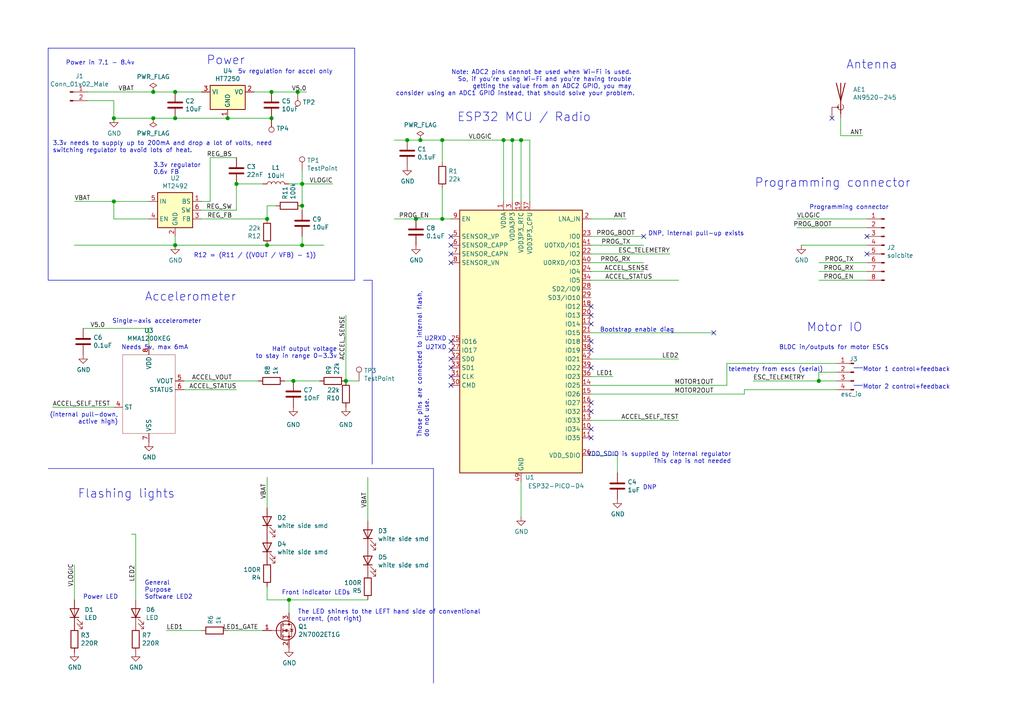
<source format=kicad_sch>
(kicad_sch (version 20200828) (generator eeschema)
  (page 1 1)
  (paper "A4")
  (title_block (title "Melty controller rev2") (date "2020-10-21"))
  (lib_symbols
    (symbol "Connector:Conn_01x04_Male" (pin_names hide)
      (property "Reference" "J" (at 0 5.08 0))
      (property "Value" "Conn_01x04_Male" (at 0 -7.62 0))
      (symbol "Conn_01x04_Male_1_1"
        (rectangle (start 0.8636 -4.953) (end 0 -5.207) (stroke (width 0.1524)) (fill (type outline)))
        (rectangle (start 0.8636 -2.413) (end 0 -2.667) (stroke (width 0.1524)) (fill (type outline)))
        (rectangle (start 0.8636 0.127) (end 0 -0.127) (stroke (width 0.1524)) (fill (type outline)))
        (rectangle (start 0.8636 2.667) (end 0 2.413) (stroke (width 0.1524)) (fill (type outline)))
        (polyline (pts (xy 1.27 -5.08) (xy 0.8636 -5.08)) (stroke (width 0.1524)))
        (polyline (pts (xy 1.27 -2.54) (xy 0.8636 -2.54)) (stroke (width 0.1524)))
        (polyline (pts (xy 1.27 0) (xy 0.8636 0)) (stroke (width 0.1524)))
        (polyline (pts (xy 1.27 2.54) (xy 0.8636 2.54)) (stroke (width 0.1524)))
        (pin passive line (at 5.08 2.54 180) (length 3.81) (name "Pin_1") (number "1"))
        (pin passive line (at 5.08 0 180) (length 3.81) (name "Pin_2") (number "2"))
        (pin passive line (at 5.08 -2.54 180) (length 3.81) (name "Pin_3") (number "3"))
        (pin passive line (at 5.08 -5.08 180) (length 3.81) (name "Pin_4") (number "4"))
      )
    )
    (symbol "Connector:Conn_01x08_Male" (pin_names hide)
      (property "Reference" "J" (at 0 10.16 0))
      (property "Value" "Conn_01x08_Male" (at 0 -12.7 0))
      (symbol "Conn_01x08_Male_1_1"
        (rectangle (start 0.8636 -10.033) (end 0 -10.287) (stroke (width 0.1524)) (fill (type outline)))
        (rectangle (start 0.8636 -7.493) (end 0 -7.747) (stroke (width 0.1524)) (fill (type outline)))
        (rectangle (start 0.8636 -4.953) (end 0 -5.207) (stroke (width 0.1524)) (fill (type outline)))
        (rectangle (start 0.8636 -2.413) (end 0 -2.667) (stroke (width 0.1524)) (fill (type outline)))
        (rectangle (start 0.8636 0.127) (end 0 -0.127) (stroke (width 0.1524)) (fill (type outline)))
        (rectangle (start 0.8636 2.667) (end 0 2.413) (stroke (width 0.1524)) (fill (type outline)))
        (rectangle (start 0.8636 5.207) (end 0 4.953) (stroke (width 0.1524)) (fill (type outline)))
        (rectangle (start 0.8636 7.747) (end 0 7.493) (stroke (width 0.1524)) (fill (type outline)))
        (polyline (pts (xy 1.27 -10.16) (xy 0.8636 -10.16)) (stroke (width 0.1524)))
        (polyline (pts (xy 1.27 -7.62) (xy 0.8636 -7.62)) (stroke (width 0.1524)))
        (polyline (pts (xy 1.27 -5.08) (xy 0.8636 -5.08)) (stroke (width 0.1524)))
        (polyline (pts (xy 1.27 -2.54) (xy 0.8636 -2.54)) (stroke (width 0.1524)))
        (polyline (pts (xy 1.27 0) (xy 0.8636 0)) (stroke (width 0.1524)))
        (polyline (pts (xy 1.27 2.54) (xy 0.8636 2.54)) (stroke (width 0.1524)))
        (polyline (pts (xy 1.27 5.08) (xy 0.8636 5.08)) (stroke (width 0.1524)))
        (polyline (pts (xy 1.27 7.62) (xy 0.8636 7.62)) (stroke (width 0.1524)))
        (pin passive line (at 5.08 7.62 180) (length 3.81) (name "Pin_1") (number "1"))
        (pin passive line (at 5.08 5.08 180) (length 3.81) (name "Pin_2") (number "2"))
        (pin passive line (at 5.08 2.54 180) (length 3.81) (name "Pin_3") (number "3"))
        (pin passive line (at 5.08 0 180) (length 3.81) (name "Pin_4") (number "4"))
        (pin passive line (at 5.08 -2.54 180) (length 3.81) (name "Pin_5") (number "5"))
        (pin passive line (at 5.08 -5.08 180) (length 3.81) (name "Pin_6") (number "6"))
        (pin passive line (at 5.08 -7.62 180) (length 3.81) (name "Pin_7") (number "7"))
        (pin passive line (at 5.08 -10.16 180) (length 3.81) (name "Pin_8") (number "8"))
      )
    )
    (symbol "Connector:TestPoint" (pin_numbers hide) (pin_names (offset 0.762) hide)
      (property "Reference" "TP" (at 0 6.858 0))
      (property "Value" "TestPoint" (at 0 5.08 0))
      (symbol "TestPoint_0_1"
        (circle (center 0 3.302) (radius 0.762))
      )
      (symbol "TestPoint_1_1"
        (pin passive line (at 0 0 90) (length 2.54) (name "1") (number "1"))
      )
    )
    (symbol "Device:Antenna_Shield" (pin_numbers hide) (pin_names hide)
      (property "Reference" "AE" (at -1.905 4.445 0))
      (property "Value" "Antenna_Shield" (at -1.905 2.54 0))
      (symbol "Antenna_Shield_0_1"
        (arc (start 0 -2.667) (end -0.508 -1.143) (radius (at -0.0254 -1.8542) (length 0.8128) (angles -88.2 124.2)))
        (arc (start 0 -2.667) (end 0.508 -1.143) (radius (at 0.0254 -1.8542) (length 0.8128) (angles -91.8 55.8)))
        (circle (center 0.762 -1.905) (radius 0.1778) (fill (type outline)))
        (polyline (pts (xy 0 -2.54) (xy 0 0)))
        (polyline (pts (xy 0 5.08) (xy 0 -3.81)) (stroke (width 0.254)))
        (polyline (pts (xy 0.762 -1.905) (xy 2.54 -1.905)))
        (polyline (pts (xy 2.54 -2.54) (xy 2.54 -1.905)))
        (polyline (pts (xy 1.27 5.08) (xy 0 0) (xy -1.27 5.08)) (stroke (width 0.254)))
      )
      (symbol "Antenna_Shield_1_1"
        (pin input line (at 0 -5.08 90) (length 2.54) (name "A") (number "1"))
        (pin input line (at 2.54 -5.08 90) (length 2.54) (name "Shield") (number "2"))
      )
    )
    (symbol "Device:C" (pin_numbers hide) (pin_names (offset 0.254))
      (property "Reference" "C" (at 0.635 2.54 0))
      (property "Value" "C" (at 0.635 -2.54 0))
      (symbol "C_0_1"
        (polyline (pts (xy -2.032 -0.762) (xy 2.032 -0.762)) (stroke (width 0.508)))
        (polyline (pts (xy -2.032 0.762) (xy 2.032 0.762)) (stroke (width 0.508)))
      )
      (symbol "C_1_1"
        (pin passive line (at 0 3.81 270) (length 2.794) (name "~") (number "1"))
        (pin passive line (at 0 -3.81 90) (length 2.794) (name "~") (number "2"))
      )
    )
    (symbol "Device:L" (pin_numbers hide) (pin_names hide)
      (property "Reference" "L" (at -1.27 0 90))
      (property "Value" "L" (at 1.905 0 90))
      (symbol "L_0_1"
        (arc (start 0 -2.54) (end 0 -1.27) (radius (at 0 -1.905) (length 0.635) (angles -89.9 89.9)))
        (arc (start 0 -1.27) (end 0 0) (radius (at 0 -0.635) (length 0.635) (angles -89.9 89.9)))
        (arc (start 0 0) (end 0 1.27) (radius (at 0 0.635) (length 0.635) (angles -89.9 89.9)))
        (arc (start 0 1.27) (end 0 2.54) (radius (at 0 1.905) (length 0.635) (angles -89.9 89.9)))
      )
      (symbol "L_1_1"
        (pin passive line (at 0 3.81 270) (length 1.27) (name "1") (number "1"))
        (pin passive line (at 0 -3.81 90) (length 1.27) (name "2") (number "2"))
      )
    )
    (symbol "Device:LED" (pin_numbers hide) (pin_names hide)
      (property "Reference" "D" (at 0 2.54 0))
      (property "Value" "LED" (at 0 -2.54 0))
      (symbol "LED_0_1"
        (polyline (pts (xy -1.27 -1.27) (xy -1.27 1.27)) (stroke (width 0.254)))
        (polyline (pts (xy -1.27 0) (xy 1.27 0)))
        (polyline (pts (xy 1.27 -1.27) (xy 1.27 1.27) (xy -1.27 0) (xy 1.27 -1.27)) (stroke (width 0.254)))
        (polyline (pts (xy -3.048 -0.762) (xy -4.572 -2.286) (xy -3.81 -2.286) (xy -4.572 -2.286) (xy -4.572 -1.524)))
        (polyline (pts (xy -1.778 -0.762) (xy -3.302 -2.286) (xy -2.54 -2.286) (xy -3.302 -2.286) (xy -3.302 -1.524)))
      )
      (symbol "LED_1_1"
        (pin passive line (at -3.81 0 0) (length 2.54) (name "K") (number "1"))
        (pin passive line (at 3.81 0 180) (length 2.54) (name "A") (number "2"))
      )
    )
    (symbol "Device:R" (pin_numbers hide) (pin_names (offset 0))
      (property "Reference" "R" (at 2.032 0 90))
      (property "Value" "R" (at 0 0 90))
      (symbol "R_0_1"
        (rectangle (start -1.016 -2.54) (end 1.016 2.54) (stroke (width 0.254)))
      )
      (symbol "R_1_1"
        (pin passive line (at 0 3.81 270) (length 1.27) (name "~") (number "1"))
        (pin passive line (at 0 -3.81 90) (length 1.27) (name "~") (number "2"))
      )
    )
    (symbol "RF_Module:ESP32-PICO-D4"
      (property "Reference" "U" (at -17.78 39.37 0))
      (property "Value" "ESP32-PICO-D4" (at 3.81 39.37 0))
      (symbol "ESP32-PICO-D4_0_1"
        (rectangle (start -17.78 38.1) (end 17.78 -38.1) (stroke (width 0.254)) (fill (type background)))
      )
      (symbol "ESP32-PICO-D4_0_0"
        (pin power_in line (at -5.08 40.64 270) (length 2.54) (name "VDDA") (number "1"))
        (pin input line (at 20.32 -25.4 180) (length 2.54) (name "IO34") (number "10"))
        (pin input line (at 20.32 -27.94 180) (length 2.54) (name "IO35") (number "11"))
        (pin bidirectional line (at 20.32 -20.32 180) (length 2.54) (name "IO32") (number "12"))
        (pin bidirectional line (at 20.32 -22.86 180) (length 2.54) (name "IO33") (number "13"))
        (pin bidirectional line (at 20.32 -12.7 180) (length 2.54) (name "IO25") (number "14"))
        (pin bidirectional line (at 20.32 -15.24 180) (length 2.54) (name "IO26") (number "15"))
        (pin bidirectional line (at 20.32 -17.78 180) (length 2.54) (name "IO27") (number "16"))
        (pin bidirectional line (at 20.32 5.08 180) (length 2.54) (name "IO14") (number "17"))
        (pin bidirectional line (at 20.32 10.16 180) (length 2.54) (name "IO12") (number "18"))
        (pin power_in line (at 0 40.64 270) (length 2.54) (name "VDD3P3_RTC") (number "19"))
        (pin bidirectional line (at 20.32 35.56 180) (length 2.54) (name "LNA_IN") (number "2"))
        (pin bidirectional line (at 20.32 7.62 180) (length 2.54) (name "IO13") (number "20"))
        (pin bidirectional line (at 20.32 2.54 180) (length 2.54) (name "IO15") (number "21"))
        (pin bidirectional line (at 20.32 25.4 180) (length 2.54) (name "IO2") (number "22"))
        (pin bidirectional line (at 20.32 30.48 180) (length 2.54) (name "IO0") (number "23"))
        (pin bidirectional line (at 20.32 20.32 180) (length 2.54) (name "IO4") (number "24"))
        (pin bidirectional line (at -20.32 0 0) (length 2.54) (name "IO16") (number "25"))
        (pin power_out line (at 20.32 -33.02 180) (length 2.54) (name "VDD_SDIO") (number "26"))
        (pin bidirectional line (at -20.32 -2.54 0) (length 2.54) (name "IO17") (number "27"))
        (pin bidirectional line (at 20.32 15.24 180) (length 2.54) (name "SD2/IO9") (number "28"))
        (pin bidirectional line (at 20.32 12.7 180) (length 2.54) (name "SD3/IO10") (number "29"))
        (pin power_in line (at -2.54 40.64 270) (length 2.54) (name "VDDA3P3") (number "3"))
        (pin bidirectional line (at -20.32 -12.7 0) (length 2.54) (name "CMD") (number "30"))
        (pin bidirectional line (at -20.32 -10.16 0) (length 2.54) (name "CLK") (number "31"))
        (pin bidirectional line (at -20.32 -5.08 0) (length 2.54) (name "SD0") (number "32"))
        (pin bidirectional line (at -20.32 -7.62 0) (length 2.54) (name "SD1") (number "33"))
        (pin bidirectional line (at 20.32 17.78 180) (length 2.54) (name "IO5") (number "34"))
        (pin bidirectional line (at 20.32 0 180) (length 2.54) (name "IO18") (number "35"))
        (pin bidirectional line (at 20.32 -10.16 180) (length 2.54) (name "IO23") (number "36"))
        (pin power_in line (at 2.54 40.64 270) (length 2.54) (name "VDD3P3_CPU") (number "37"))
        (pin bidirectional line (at 20.32 -2.54 180) (length 2.54) (name "IO19") (number "38"))
        (pin bidirectional line (at 20.32 -7.62 180) (length 2.54) (name "IO22") (number "39"))
        (pin passive line (at -2.54 40.64 270) (length 2.54) hide (name "VDDA3P3") (number "4"))
        (pin bidirectional line (at 20.32 22.86 180) (length 2.54) (name "U0RXD/IO3") (number "40"))
        (pin bidirectional line (at 20.32 27.94 180) (length 2.54) (name "U0TXD/IO1") (number "41"))
        (pin bidirectional line (at 20.32 -5.08 180) (length 2.54) (name "IO21") (number "42"))
        (pin passive line (at -5.08 40.64 270) (length 2.54) hide (name "VDDA") (number "43"))
        (pin unconnected line (at -17.78 -25.4 0) (length 2.54) hide (name "XTAL_N_NC") (number "44"))
        (pin unconnected line (at -17.78 -27.94 0) (length 2.54) hide (name "XTAL_P_NC") (number "45"))
        (pin passive line (at -5.08 40.64 270) (length 2.54) hide (name "VDDA") (number "46"))
        (pin unconnected line (at -17.78 -30.48 0) (length 2.54) hide (name "CAP2_NC") (number "47"))
        (pin unconnected line (at -17.78 -33.02 0) (length 2.54) hide (name "CAP1_NC") (number "48"))
        (pin power_in line (at 0 -40.64 90) (length 2.54) (name "GND") (number "49"))
        (pin input line (at -20.32 30.48 0) (length 2.54) (name "SENSOR_VP") (number "5"))
        (pin input line (at -20.32 27.94 0) (length 2.54) (name "SENSOR_CAPP") (number "6"))
        (pin input line (at -20.32 25.4 0) (length 2.54) (name "SENSOR_CAPN") (number "7"))
        (pin input line (at -20.32 22.86 0) (length 2.54) (name "SENSOR_VN") (number "8"))
        (pin input line (at -20.32 35.56 0) (length 2.54) (name "EN") (number "9"))
      )
    )
    (symbol "Transistor_FET:AO3400A" (pin_names hide)
      (property "Reference" "Q" (at 5.08 1.905 0))
      (property "Value" "AO3400A" (at 5.08 0 0))
      (symbol "AO3400A_0_1"
        (circle (center 1.651 0) (radius 2.794) (stroke (width 0.254)))
        (circle (center 2.54 -1.778) (radius 0.254) (fill (type outline)))
        (circle (center 2.54 1.778) (radius 0.254) (fill (type outline)))
        (polyline (pts (xy 0.254 0) (xy -2.54 0)))
        (polyline (pts (xy 0.254 1.905) (xy 0.254 -1.905)) (stroke (width 0.254)))
        (polyline (pts (xy 0.762 -1.27) (xy 0.762 -2.286)) (stroke (width 0.254)))
        (polyline (pts (xy 0.762 0.508) (xy 0.762 -0.508)) (stroke (width 0.254)))
        (polyline (pts (xy 0.762 2.286) (xy 0.762 1.27)) (stroke (width 0.254)))
        (polyline (pts (xy 2.54 2.54) (xy 2.54 1.778)))
        (polyline (pts (xy 2.54 -2.54) (xy 2.54 0) (xy 0.762 0)))
        (polyline (pts (xy 0.762 -1.778) (xy 3.302 -1.778) (xy 3.302 1.778) (xy 0.762 1.778)))
        (polyline (pts (xy 1.016 0) (xy 2.032 0.381) (xy 2.032 -0.381) (xy 1.016 0)) (fill (type outline)))
        (polyline (pts (xy 2.794 0.508) (xy 2.921 0.381) (xy 3.683 0.381) (xy 3.81 0.254)))
        (polyline (pts (xy 3.302 0.381) (xy 2.921 -0.254) (xy 3.683 -0.254) (xy 3.302 0.381)))
      )
      (symbol "AO3400A_1_1"
        (pin input line (at -5.08 0 0) (length 2.54) (name "G") (number "1"))
        (pin passive line (at 2.54 -5.08 90) (length 2.54) (name "S") (number "2"))
        (pin passive line (at 2.54 5.08 270) (length 2.54) (name "D") (number "3"))
      )
    )
    (symbol "malenki-nano-rescue:Conn_01x02_Male-Connector" (pin_names hide)
      (property "Reference" "J" (at 0 2.54 0))
      (property "Value" "Conn_01x02_Male-Connector" (at 0 -5.08 0))
      (symbol "Conn_01x02_Male-Connector_1_1"
        (rectangle (start 0.8636 -2.413) (end 0 -2.667) (fill (type outline)))
        (rectangle (start 0.8636 0.127) (end 0 -0.127) (fill (type outline)))
        (polyline (pts (xy 1.27 -2.54) (xy 0.8636 -2.54)))
        (polyline (pts (xy 1.27 0) (xy 0.8636 0)))
        (pin passive line (at 5.08 0 180) (length 3.81) (name "Pin_1") (number "1"))
        (pin passive line (at 5.08 -2.54 180) (length 3.81) (name "Pin_2") (number "2"))
      )
    )
    (symbol "malenki-nano-rescue:GND-power" (power) (pin_names (offset 0))
      (property "Value" "GND-power" (at 0 -3.81 0))
      (symbol "GND-power_0_1"
        (polyline (pts (xy 0 0) (xy 0 -1.27) (xy 1.27 -1.27) (xy 0 -2.54) (xy -1.27 -1.27) (xy 0 -1.27)))
      )
      (symbol "GND-power_1_1"
        (pin power_in line (at 0 0 270) (length 0) hide (name "GND") (number "1"))
      )
    )
    (symbol "malenki-nano-rescue:PWR_FLAG-power" (power) (pin_numbers hide) (pin_names (offset 0) hide)
      (property "Value" "PWR_FLAG-power" (at 0 3.81 0))
      (symbol "PWR_FLAG-power_0_1"
        (polyline (pts (xy 0 0) (xy 0 1.27) (xy -1.016 1.905) (xy 0 2.54) (xy 1.016 1.905) (xy 0 1.27)))
      )
      (symbol "PWR_FLAG-power_0_0"
        (pin power_out line (at 0 0 90) (length 0) (name "pwr") (number "1"))
      )
    )
    (symbol "melty1:HT7233"
      (property "Reference" "U" (at 0 1.27 0))
      (property "Value" "HT7233" (at 1.27 0 0))
      (symbol "HT7233_1_1"
        (rectangle (start -5.08 -8.89) (end 5.08 -1.905) (stroke (width 0.254)) (fill (type background)))
        (pin power_in line (at 0 -11.43 90) (length 2.54) (name "GND") (number "1"))
        (pin power_out line (at 7.62 -3.81 180) (length 2.54) (name "VO") (number "2"))
        (pin power_in line (at -7.62 -3.81 0) (length 2.54) (name "VI") (number "3"))
      )
    )
    (symbol "melty1:MMA1200KEG"
      (property "Reference" "U" (at 8.89 13.97 0))
      (property "Value" "MMA1200KEG" (at 7.62 16.51 0))
      (symbol "MMA1200KEG_0_1"
        (rectangle (start -7.62 15.24) (end 7.62 -7.62) (stroke (width 0.0006)))
      )
      (symbol "MMA1200KEG_1_1"
        (pin unconnected line (at -10.16 7.62 0) (length 2.54) hide (name "NC") (number "1"))
        (pin unconnected line (at -10.16 5.08 0) (length 2.54) hide (name "NC") (number "2"))
        (pin unconnected line (at -10.16 2.54 0) (length 2.54) hide (name "NC") (number "3"))
        (pin input line (at -10.16 0 0) (length 2.54) (name "ST") (number "4"))
        (pin output line (at 10.16 7.62 180) (length 2.54) (name "VOUT") (number "5"))
        (pin output line (at 10.16 5.08 180) (length 2.54) (name "STATUS") (number "6"))
        (pin power_in line (at 0 -10.16 90) (length 2.54) (name "VSS") (number "7"))
        (pin power_in line (at 0 17.78 270) (length 2.54) (name "VDD") (number "8"))
        (pin unconnected line (at 10.16 2.54 180) (length 2.54) hide (name "NC") (number "9"))
        (pin unconnected line (at 10.16 1.27 180) (length 2.54) hide (name "NC") (number "10"))
        (pin unconnected line (at 10.16 0 180) (length 2.54) hide (name "NC") (number "11"))
        (pin unconnected line (at 10.16 -1.27 180) (length 2.54) hide (name "NC") (number "12"))
        (pin unconnected line (at 10.16 -2.54 180) (length 2.54) hide (name "NC") (number "13"))
        (pin unconnected line (at 10.16 -3.81 180) (length 2.54) hide (name "NC") (number "14"))
        (pin unconnected line (at 10.16 -5.08 180) (length 2.54) hide (name "NC") (number "15"))
        (pin unconnected line (at 10.16 -6.35 180) (length 2.54) hide (name "NC") (number "16"))
      )
    )
    (symbol "melty1:MT2492"
      (property "Reference" "U" (at -2.54 8.89 0))
      (property "Value" "MT2492" (at -3.81 6.35 0))
      (symbol "MT2492_0_1"
        (rectangle (start -5.08 5.08) (end 5.08 -5.08) (stroke (width 0.254)) (fill (type background)))
      )
      (symbol "MT2492_1_1"
        (pin passive line (at 7.62 2.54 180) (length 2.54) (name "BS") (number "1"))
        (pin power_in line (at 0 -7.62 90) (length 2.54) (name "GND") (number "2"))
        (pin input line (at 7.62 -2.54 180) (length 2.54) (name "FB") (number "3"))
        (pin input line (at -7.62 -2.54 0) (length 2.54) (name "EN") (number "4"))
        (pin power_in line (at -7.62 2.54 0) (length 2.54) (name "IN") (number "5"))
        (pin power_out line (at 7.62 0 180) (length 2.54) (name "SW") (number "6"))
      )
    )
    (symbol "power:GND" (power) (pin_names (offset 0))
      (property "Value" "GND" (at 0 -3.81 0))
      (symbol "GND_0_1"
        (polyline (pts (xy 0 0) (xy 0 -1.27) (xy 1.27 -1.27) (xy 0 -2.54) (xy -1.27 -1.27) (xy 0 -1.27)))
      )
      (symbol "GND_1_1"
        (pin power_in line (at 0 0 270) (length 0) hide (name "GND") (number "1"))
      )
    )
  )
  (junction (at 33.02 34.29) (diameter 1.016))
  (junction (at 33.02 58.42) (diameter 1.016))
  (junction (at 44.45 26.67) (diameter 1.016))
  (junction (at 44.45 34.29) (diameter 1.016))
  (junction (at 50.8 26.67) (diameter 1.016))
  (junction (at 50.8 34.29) (diameter 1.016))
  (junction (at 50.8 71.12) (diameter 1.016))
  (junction (at 66.04 34.29) (diameter 1.016))
  (junction (at 68.58 53.34) (diameter 1.016))
  (junction (at 77.47 63.5) (diameter 1.016))
  (junction (at 77.47 71.12) (diameter 1.016))
  (junction (at 78.74 26.67) (diameter 1.016))
  (junction (at 78.74 34.29) (diameter 1.016))
  (junction (at 83.82 173.99) (diameter 1.016))
  (junction (at 85.09 110.49) (diameter 1.016))
  (junction (at 86.36 26.67) (diameter 1.016))
  (junction (at 87.63 53.34) (diameter 1.016))
  (junction (at 87.63 59.69) (diameter 1.016))
  (junction (at 87.63 71.12) (diameter 1.016))
  (junction (at 100.33 110.49) (diameter 1.016))
  (junction (at 118.11 40.64) (diameter 1.016))
  (junction (at 120.65 63.5) (diameter 1.016))
  (junction (at 121.92 40.64) (diameter 1.016))
  (junction (at 128.27 40.64) (diameter 1.016))
  (junction (at 128.27 63.5) (diameter 1.016))
  (junction (at 146.05 40.64) (diameter 1.016))
  (junction (at 148.59 40.64) (diameter 1.016))
  (junction (at 151.13 40.64) (diameter 1.016))
  (junction (at 237.49 110.49) (diameter 1.016))
  (no_connect (at 130.81 68.58))
  (no_connect (at 171.45 119.38))
  (no_connect (at 130.81 106.68))
  (no_connect (at 171.45 127))
  (no_connect (at 130.81 104.14))
  (no_connect (at 130.81 109.22))
  (no_connect (at 171.45 116.84))
  (no_connect (at 130.81 99.06))
  (no_connect (at 251.46 73.66))
  (no_connect (at 130.81 111.76))
  (no_connect (at 171.45 88.9))
  (no_connect (at 186.69 68.58))
  (no_connect (at 171.45 91.44))
  (no_connect (at 251.46 68.58))
  (no_connect (at 171.45 99.06))
  (no_connect (at 171.45 106.68))
  (no_connect (at 130.81 101.6))
  (no_connect (at 241.3 34.29))
  (no_connect (at 171.45 93.98))
  (no_connect (at 207.01 96.52))
  (no_connect (at 130.81 73.66))
  (no_connect (at 130.81 76.2))
  (no_connect (at 171.45 101.6))
  (no_connect (at 130.81 71.12))
  (no_connect (at 171.45 124.46))
  (wire (pts (xy 15.24 118.11) (xy 33.02 118.11)))
  (wire (pts (xy 21.59 58.42) (xy 33.02 58.42)))
  (wire (pts (xy 21.59 71.12) (xy 50.8 71.12)))
  (wire (pts (xy 21.59 163.83) (xy 21.59 173.99)))
  (wire (pts (xy 24.13 95.25) (xy 43.18 95.25)))
  (wire (pts (xy 25.4 26.67) (xy 44.45 26.67)))
  (wire (pts (xy 25.4 29.21) (xy 33.02 29.21)))
  (wire (pts (xy 33.02 29.21) (xy 33.02 34.29)))
  (wire (pts (xy 33.02 34.29) (xy 44.45 34.29)))
  (wire (pts (xy 33.02 58.42) (xy 33.02 63.5)))
  (wire (pts (xy 33.02 58.42) (xy 43.18 58.42)))
  (wire (pts (xy 38.1 154.94) (xy 39.37 154.94)))
  (wire (pts (xy 39.37 173.99) (xy 39.37 154.94)))
  (wire (pts (xy 43.18 63.5) (xy 33.02 63.5)))
  (wire (pts (xy 43.18 100.33) (xy 43.18 95.25)))
  (wire (pts (xy 44.45 26.67) (xy 50.8 26.67)))
  (wire (pts (xy 44.45 34.29) (xy 50.8 34.29)))
  (wire (pts (xy 48.26 182.88) (xy 58.42 182.88)))
  (wire (pts (xy 50.8 26.67) (xy 58.42 26.67)))
  (wire (pts (xy 50.8 34.29) (xy 66.04 34.29)))
  (wire (pts (xy 50.8 71.12) (xy 50.8 68.58)))
  (wire (pts (xy 50.8 71.12) (xy 77.47 71.12)))
  (wire (pts (xy 53.34 110.49) (xy 74.93 110.49)))
  (wire (pts (xy 53.34 113.03) (xy 68.58 113.03)))
  (wire (pts (xy 58.42 58.42) (xy 60.96 58.42)))
  (wire (pts (xy 58.42 60.96) (xy 68.58 60.96)))
  (wire (pts (xy 58.42 63.5) (xy 77.47 63.5)))
  (wire (pts (xy 60.96 45.72) (xy 68.58 45.72)))
  (wire (pts (xy 60.96 58.42) (xy 60.96 45.72)))
  (wire (pts (xy 66.04 34.29) (xy 78.74 34.29)))
  (wire (pts (xy 66.04 182.88) (xy 76.2 182.88)))
  (wire (pts (xy 68.58 53.34) (xy 68.58 60.96)))
  (wire (pts (xy 68.58 53.34) (xy 76.2 53.34)))
  (wire (pts (xy 73.66 26.67) (xy 78.74 26.67)))
  (wire (pts (xy 77.47 59.69) (xy 77.47 63.5)))
  (wire (pts (xy 77.47 71.12) (xy 87.63 71.12)))
  (wire (pts (xy 77.47 138.43) (xy 77.47 147.32)))
  (wire (pts (xy 77.47 170.18) (xy 77.47 173.99)))
  (wire (pts (xy 77.47 173.99) (xy 83.82 173.99)))
  (wire (pts (xy 78.74 26.67) (xy 86.36 26.67)))
  (wire (pts (xy 80.01 59.69) (xy 77.47 59.69)))
  (wire (pts (xy 82.55 110.49) (xy 85.09 110.49)))
  (wire (pts (xy 83.82 53.34) (xy 87.63 53.34)))
  (wire (pts (xy 83.82 173.99) (xy 83.82 177.8)))
  (wire (pts (xy 83.82 173.99) (xy 106.68 173.99)))
  (wire (pts (xy 85.09 110.49) (xy 92.71 110.49)))
  (wire (pts (xy 86.36 26.67) (xy 88.9 26.67)))
  (wire (pts (xy 87.63 49.53) (xy 87.63 53.34)))
  (wire (pts (xy 87.63 53.34) (xy 87.63 59.69)))
  (wire (pts (xy 87.63 53.34) (xy 96.52 53.34)))
  (wire (pts (xy 87.63 59.69) (xy 87.63 60.96)))
  (wire (pts (xy 87.63 71.12) (xy 87.63 68.58)))
  (wire (pts (xy 87.63 71.12) (xy 93.98 71.12)))
  (wire (pts (xy 100.33 91.44) (xy 100.33 110.49)))
  (wire (pts (xy 100.33 110.49) (xy 104.14 110.49)))
  (wire (pts (xy 106.68 138.43) (xy 106.68 151.13)))
  (wire (pts (xy 114.3 63.5) (xy 120.65 63.5)))
  (wire (pts (xy 118.11 40.64) (xy 114.3 40.64)))
  (wire (pts (xy 120.65 63.5) (xy 128.27 63.5)))
  (wire (pts (xy 121.92 40.64) (xy 118.11 40.64)))
  (wire (pts (xy 128.27 40.64) (xy 121.92 40.64)))
  (wire (pts (xy 128.27 40.64) (xy 128.27 46.99)))
  (wire (pts (xy 128.27 63.5) (xy 128.27 54.61)))
  (wire (pts (xy 130.81 63.5) (xy 128.27 63.5)))
  (wire (pts (xy 146.05 40.64) (xy 128.27 40.64)))
  (wire (pts (xy 146.05 58.42) (xy 146.05 40.64)))
  (wire (pts (xy 148.59 40.64) (xy 146.05 40.64)))
  (wire (pts (xy 148.59 40.64) (xy 148.59 58.42)))
  (wire (pts (xy 151.13 40.64) (xy 148.59 40.64)))
  (wire (pts (xy 151.13 40.64) (xy 151.13 58.42)))
  (wire (pts (xy 151.13 139.7) (xy 151.13 149.86)))
  (wire (pts (xy 153.67 40.64) (xy 151.13 40.64)))
  (wire (pts (xy 153.67 58.42) (xy 153.67 40.64)))
  (wire (pts (xy 171.45 63.5) (xy 181.61 63.5)))
  (wire (pts (xy 171.45 68.58) (xy 186.69 68.58)))
  (wire (pts (xy 171.45 71.12) (xy 186.69 71.12)))
  (wire (pts (xy 171.45 73.66) (xy 194.31 73.66)))
  (wire (pts (xy 171.45 76.2) (xy 186.69 76.2)))
  (wire (pts (xy 171.45 78.74) (xy 186.69 78.74)))
  (wire (pts (xy 171.45 81.28) (xy 196.85 81.28)))
  (wire (pts (xy 171.45 96.52) (xy 207.01 96.52)))
  (wire (pts (xy 171.45 104.14) (xy 196.85 104.14)))
  (wire (pts (xy 171.45 109.22) (xy 177.8 109.22)))
  (wire (pts (xy 171.45 111.76) (xy 210.82 111.76)))
  (wire (pts (xy 171.45 114.3) (xy 215.9 114.3)))
  (wire (pts (xy 171.45 121.92) (xy 196.85 121.92)))
  (wire (pts (xy 171.45 132.08) (xy 179.07 132.08)))
  (wire (pts (xy 179.07 132.08) (xy 179.07 137.16)))
  (wire (pts (xy 210.82 105.41) (xy 242.57 105.41)))
  (wire (pts (xy 210.82 111.76) (xy 210.82 105.41)))
  (wire (pts (xy 215.9 113.03) (xy 215.9 114.3)))
  (wire (pts (xy 218.44 110.49) (xy 237.49 110.49)))
  (wire (pts (xy 231.14 63.5) (xy 251.46 63.5)))
  (wire (pts (xy 231.14 66.04) (xy 251.46 66.04)))
  (wire (pts (xy 232.41 71.12) (xy 251.46 71.12)))
  (wire (pts (xy 237.49 76.2) (xy 251.46 76.2)))
  (wire (pts (xy 237.49 78.74) (xy 251.46 78.74)))
  (wire (pts (xy 237.49 81.28) (xy 251.46 81.28)))
  (wire (pts (xy 237.49 107.95) (xy 237.49 110.49)))
  (wire (pts (xy 237.49 110.49) (xy 242.57 110.49)))
  (wire (pts (xy 242.57 107.95) (xy 237.49 107.95)))
  (wire (pts (xy 242.57 113.03) (xy 215.9 113.03)))
  (wire (pts (xy 243.84 39.37) (xy 243.84 34.29)))
  (wire (pts (xy 250.19 39.37) (xy 243.84 39.37)))
  (polyline (pts (xy 13.97 13.97) (xy 102.87 13.97)) (stroke (width 0) (type solid)))
  (polyline (pts (xy 13.97 81.28) (xy 13.97 13.97)) (stroke (width 0) (type solid)))
  (polyline (pts (xy 13.97 135.89) (xy 125.73 135.89)) (stroke (width 0) (type solid)))
  (polyline (pts (xy 102.87 13.97) (xy 102.87 15.24)) (stroke (width 0) (type solid)))
  (polyline (pts (xy 102.87 15.24) (xy 102.87 81.28)) (stroke (width 0) (type solid)))
  (polyline (pts (xy 102.87 81.28) (xy 13.97 81.28)) (stroke (width 0) (type solid)))
  (polyline (pts (xy 105.41 81.28) (xy 107.95 81.28)) (stroke (width 0) (type solid)))
  (polyline (pts (xy 107.95 81.28) (xy 107.95 134.62)) (stroke (width 0) (type solid)))
  (polyline (pts (xy 125.73 135.89) (xy 125.73 198.12)) (stroke (width 0) (type solid)))
  (polyline (pts (xy 247.65 106.68) (xy 250.19 106.68)) (stroke (width 0) (type solid)))
  (polyline (pts (xy 247.65 111.76) (xy 250.19 111.76)) (stroke (width 0) (type solid)))
  (text "3.3v needs to supply up to 200mA and drop a lot of volts, need\nswitching regulator to avoid lots of heat." (at 15.24 44.45 0) (effects (font (size 1.27 1.27)) (justify left bottom)))
  (text "Power in 7.1 - 8.4v" (at 19.05 19.05 0) (effects (font (size 1.27 1.27)) (justify left bottom)))
  (text "(internal pull-down,\nactive high)" (at 34.29 123.19 180) (effects (font (size 1.27 1.27)) (justify right bottom)))
  (text "Power LED" (at 34.29 173.99 180) (effects (font (size 1.27 1.27)) (justify right bottom)))
  (text "General\nPurpose \nSoftware LED2" (at 41.91 173.99 0) (effects (font (size 1.27 1.27)) (justify left bottom)))
  (text "3.3v regulator\n0.6v FB" (at 44.45 50.8 0) (effects (font (size 1.27 1.27)) (justify left bottom)))
  (text "Flashing lights" (at 50.8 144.78 180) (effects (font (size 2.5 2.5)) (justify right bottom)))
  (text "Needs 5v, max 6mA" (at 54.61 101.6 180) (effects (font (size 1.27 1.27)) (justify right bottom)))
  (text "Single-axis accelerometer" (at 58.42 93.98 180) (effects (font (size 1.27 1.27)) (justify right bottom)))
  (text "Accelerometer" (at 68.58 87.63 180) (effects (font (size 2.5 2.5)) (justify right bottom)))
  (text "Power" (at 71.12 19.05 180) (effects (font (size 2.5 2.5)) (justify right bottom)))
  (text "The LED shines to the LEFT hand side of conventional\ncurrent, (not right)" (at 86.36 180.34 0) (effects (font (size 1.27 1.27)) (justify left bottom)))
  (text "R12 = (R11 / ((VOUT / VFB) - 1)) " (at 92.71 74.93 180) (effects (font (size 1.27 1.27)) (justify right bottom)))
  (text "5v regulation for accel only" (at 96.52 21.59 180) (effects (font (size 1.27 1.27)) (justify right bottom)))
  (text "Half output voltage\nto stay in range 0-3.3v" (at 97.79 104.14 180) (effects (font (size 1.27 1.27)) (justify right bottom)))
  (text "Front indicator LEDs" (at 101.6 172.72 180) (effects (font (size 1.27 1.27)) (justify right bottom)))
  (text "Those pins are connected to internal flash,\ndo not use." (at 124.46 127 90) (effects (font (size 1.27 1.27)) (justify left bottom)))
  (text "U2RXD" (at 129.54 99.06 180) (effects (font (size 1.27 1.27)) (justify right bottom)))
  (text "U2TXD" (at 129.54 101.6 180) (effects (font (size 1.27 1.27)) (justify right bottom)))
  (text "ESP32 MCU / Radio" (at 171.45 35.56 180) (effects (font (size 2.5 2.5)) (justify right bottom)))
  (text "Note: ADC2 pins cannot be used when Wi-Fi is used. \nSo, if you’re using Wi-Fi and you’re having trouble \ngetting the value from an ADC2 GPIO, you may \nconsider using an ADC1 GPIO instead, that should solve your problem." (at 184.15 27.94 0) (effects (font (size 1.27 1.27)) (justify right bottom)))
  (text "DNP, internal pull-up exists" (at 187.96 68.58 0) (effects (font (size 1.27 1.27)) (justify left bottom)))
  (text "DNP" (at 190.5 142.24 180) (effects (font (size 1.27 1.27)) (justify right bottom)))
  (text "Bootstrap enable diag" (at 195.58 96.52 180) (effects (font (size 1.27 1.27)) (justify right bottom)))
  (text "VDD_SDIO is supplied by internal regulator\nThis cap is not needed" (at 212.09 134.62 0) (effects (font (size 1.27 1.27)) (justify right bottom)))
  (text "telemetry from escs (serial)" (at 238.76 107.95 180) (effects (font (size 1.27 1.27)) (justify right bottom)))
  (text "Motor IO" (at 250.19 96.52 180) (effects (font (size 2.5 2.5)) (justify right bottom)))
  (text "Programming connector" (at 257.81 60.96 180) (effects (font (size 1.27 1.27)) (justify right bottom)))
  (text "BLDC in/outputs for motor ESCs" (at 257.81 101.6 180) (effects (font (size 1.27 1.27)) (justify right bottom)))
  (text "Antenna" (at 260.35 20.32 180) (effects (font (size 2.5 2.5)) (justify right bottom)))
  (text "Programming connector" (at 264.16 54.61 180) (effects (font (size 2.5 2.5)) (justify right bottom)))
  (text "Motor 1 control+feedback" (at 275.59 107.95 180) (effects (font (size 1.27 1.27)) (justify right bottom)))
  (text "Motor 2 control+feedback" (at 275.59 113.03 180) (effects (font (size 1.27 1.27)) (justify right bottom)))
  (label "ACCEL_SELF_TEST" (at 15.24 118.11 0))
  (label "VBAT" (at 21.59 58.42 0))
  (label "VLOGIC" (at 21.59 170.18 90))
  (label "V5.0" (at 30.48 95.25 180))
  (label "VBAT" (at 34.29 26.67 0))
  (label "LED2" (at 39.37 163.83 270))
  (label "LED1" (at 48.26 182.88 0))
  (label "REG_BS" (at 67.31 45.72 180))
  (label "REG_SW" (at 67.31 60.96 180))
  (label "REG_FB" (at 67.31 63.5 180))
  (label "ACCEL_VOUT" (at 67.31 110.49 180))
  (label "ACCEL_STATUS" (at 68.58 113.03 180))
  (label "LED1_GATE" (at 74.93 182.88 180))
  (label "VBAT" (at 77.47 144.78 90))
  (label "V5.0" (at 88.9 26.67 180))
  (label "VLOGIC" (at 96.52 53.34 180))
  (label "ACCEL_SENSE" (at 100.33 91.44 270))
  (label "VBAT" (at 106.68 147.32 90))
  (label "PROG_EN" (at 124.46 63.5 180))
  (label "VLOGIC" (at 135.89 40.64 0))
  (label "ACCEL_SENSE" (at 175.26 78.74 0))
  (label "LED1" (at 177.8 109.22 180))
  (label "ANT" (at 181.61 63.5 180))
  (label "PROG_TX" (at 182.88 71.12 180))
  (label "PROG_RX" (at 182.88 76.2 180))
  (label "PROG_BOOT" (at 184.15 68.58 180))
  (label "ACCEL_STATUS" (at 189.23 81.28 180))
  (label "ESC_TELEMETRY" (at 194.31 73.66 180))
  (label "LED2" (at 196.85 104.14 180))
  (label "ACCEL_SELF_TEST" (at 196.85 121.92 180))
  (label "MOTOR1OUT" (at 207.01 111.76 180))
  (label "MOTOR2OUT" (at 207.01 114.3 180))
  (label "ESC_TELEMETRY" (at 218.44 110.49 0))
  (label "VLOGIC" (at 231.14 63.5 0))
  (label "PROG_BOOT" (at 241.3 66.04 180))
  (label "PROG_TX" (at 247.65 76.2 180))
  (label "PROG_RX" (at 247.65 78.74 180))
  (label "PROG_EN" (at 247.65 81.28 180))
  (label "ANT" (at 250.19 39.37 180))
  (symbol (lib_id "malenki-nano-rescue:PWR_FLAG-power") (at 44.45 26.67 0) (unit 1)
    (property "Reference" "#FLG0101" (effects hide))
    (property "Value" "PWR_FLAG" (at 44.45 22.2758 0))
  )
  (symbol (lib_id "malenki-nano-rescue:PWR_FLAG-power") (at 44.45 34.29 180) (unit 1)
    (property "Reference" "#FLG0102" (effects hide))
    (property "Value" "PWR_FLAG" (at 44.45 38.6842 0))
  )
  (symbol (lib_id "malenki-nano-rescue:PWR_FLAG-power") (at 121.92 40.64 0) (unit 1)
    (property "Reference" "#FLG0103" (effects hide))
    (property "Value" "PWR_FLAG" (at 121.92 36.2458 0))
  )
  (symbol (lib_id "Connector:TestPoint") (at 78.74 34.29 0) (mirror x) (unit 1)
    (property "Reference" "TP4" (at 80.1371 37.2809 0) (effects (justify left)))
    (property "Value" "TestPoint" (effects hide))
    (property "Footprint" "TestPoint:TestPoint_Pad_1.5x1.5mm" (effects hide))
  )
  (symbol (lib_id "Connector:TestPoint") (at 86.36 26.67 0) (mirror x) (unit 1)
    (property "Reference" "TP2" (at 87.7571 29.6609 0) (effects (justify left)))
    (property "Value" "TestPoint" (effects hide))
    (property "Footprint" "TestPoint:TestPoint_Pad_1.5x1.5mm" (effects hide))
  )
  (symbol (lib_id "Connector:TestPoint") (at 87.63 49.53 0) (unit 1)
    (property "Reference" "TP1" (at 89.0271 46.5391 0) (effects (justify left)))
    (property "Value" "TestPoint" (at 89.0271 48.8378 0) (effects (justify left)))
    (property "Footprint" "TestPoint:TestPoint_Pad_1.5x1.5mm" (effects hide))
  )
  (symbol (lib_id "Connector:TestPoint") (at 104.14 110.49 0) (unit 1)
    (property "Reference" "TP3" (at 105.5371 107.4991 0) (effects (justify left)))
    (property "Value" "TestPoint" (at 105.5371 109.7978 0) (effects (justify left)))
    (property "Footprint" "TestPoint:TestPoint_Pad_1.5x1.5mm" (effects hide))
  )
  (symbol (lib_id "Device:L") (at 80.01 53.34 90) (unit 1)
    (property "Reference" "L1" (at 80.01 48.6218 90))
    (property "Value" "10uH" (at 80.01 50.9205 90))
    (property "Footprint" "Inductor_SMD:L_1210_3225Metric" (effects hide))
    (property "LCSC" "C250231" (effects hide))
  )
  (symbol (lib_id "power:GND") (at 21.59 189.23 0) (unit 1)
    (property "Reference" "#PWR05" (effects hide))
    (property "Value" "GND" (at 21.7043 193.5544 0))
  )
  (symbol (lib_id "malenki-nano-rescue:GND-power") (at 24.13 102.87 0) (unit 1)
    (property "Reference" "#PWR011" (effects hide))
    (property "Value" "GND" (at 24.257 107.2642 0))
  )
  (symbol (lib_id "malenki-nano-rescue:GND-power") (at 33.02 34.29 0) (unit 1)
    (property "Reference" "#PWR0101" (effects hide))
    (property "Value" "GND" (at 33.147 38.6842 0))
  )
  (symbol (lib_id "power:GND") (at 39.37 189.23 0) (unit 1)
    (property "Reference" "#PWR07" (effects hide))
    (property "Value" "GND" (at 39.4843 193.5544 0))
  )
  (symbol (lib_id "power:GND") (at 43.18 128.27 0) (unit 1)
    (property "Reference" "#PWR09" (effects hide))
    (property "Value" "GND" (at 43.2943 132.5944 0))
  )
  (symbol (lib_id "malenki-nano-rescue:GND-power") (at 50.8 71.12 0) (unit 1)
    (property "Reference" "#PWR014" (effects hide))
    (property "Value" "GND" (at 50.927 75.5142 0))
  )
  (symbol (lib_id "power:GND") (at 83.82 187.96 0) (unit 1)
    (property "Reference" "#PWR06" (effects hide))
    (property "Value" "GND" (at 83.9343 192.2844 0))
  )
  (symbol (lib_id "power:GND") (at 85.09 118.11 0) (unit 1)
    (property "Reference" "#PWR08" (effects hide))
    (property "Value" "GND" (at 85.09 123.19 0))
  )
  (symbol (lib_id "power:GND") (at 100.33 118.11 0) (unit 1)
    (property "Reference" "#PWR012" (effects hide))
    (property "Value" "GND" (at 100.33 123.19 0))
  )
  (symbol (lib_id "power:GND") (at 118.11 48.26 0) (unit 1)
    (property "Reference" "#PWR01" (effects hide))
    (property "Value" "GND" (at 118.2243 52.5844 0))
  )
  (symbol (lib_id "power:GND") (at 120.65 71.12 0) (unit 1)
    (property "Reference" "#PWR013" (effects hide))
    (property "Value" "GND" (at 120.7643 75.4444 0))
  )
  (symbol (lib_id "power:GND") (at 151.13 149.86 0) (unit 1)
    (property "Reference" "#PWR02" (effects hide))
    (property "Value" "GND" (at 151.2443 154.1844 0))
  )
  (symbol (lib_id "power:GND") (at 179.07 144.78 0) (unit 1)
    (property "Reference" "#PWR03" (effects hide))
    (property "Value" "GND" (at 179.1843 149.1044 0))
  )
  (symbol (lib_id "power:GND") (at 232.41 71.12 0) (unit 1)
    (property "Reference" "#PWR0102" (effects hide))
    (property "Value" "GND" (at 232.5243 75.4444 0))
  )
  (symbol (lib_id "Device:R") (at 21.59 185.42 0) (unit 1)
    (property "Reference" "R3" (at 23.3681 184.2706 0) (effects (justify left)))
    (property "Value" "220R" (at 23.3681 186.5693 0) (effects (justify left)))
    (property "Footprint" "Resistor_SMD:R_0603_1608Metric" (effects hide))
    (property "LCSC" "C22962" (effects hide))
  )
  (symbol (lib_id "Device:R") (at 39.37 185.42 0) (unit 1)
    (property "Reference" "R7" (at 41.1481 184.2706 0) (effects (justify left)))
    (property "Value" "220R" (at 41.148 186.569 0) (effects (justify left)))
    (property "Footprint" "Resistor_SMD:R_0603_1608Metric" (effects hide))
    (property "LCSC" "C22962" (effects hide))
  )
  (symbol (lib_id "Device:R") (at 62.23 182.88 90) (unit 1)
    (property "Reference" "R6" (at 61.0806 181.1019 0) (effects (justify left)))
    (property "Value" "1k" (at 63.3793 181.1019 0) (effects (justify left)))
    (property "Footprint" "Resistor_SMD:R_0603_1608Metric" (effects hide))
    (property "LCSC" "C21190" (effects hide))
  )
  (symbol (lib_id "Device:R") (at 77.47 67.31 180) (unit 1)
    (property "Reference" "R12" (at 75.6919 68.4594 0) (effects (justify left)))
    (property "Value" "22k" (at 75.692 66.161 0) (effects (justify left)))
    (property "Footprint" "Resistor_SMD:R_0603_1608Metric" (effects hide))
    (property "LCSC" " C31850 " (effects hide))
  )
  (symbol (lib_id "Device:R") (at 77.47 166.37 180) (unit 1)
    (property "Reference" "R4" (at 75.6919 167.5194 0) (effects (justify left)))
    (property "Value" "100R" (at 75.6919 165.2207 0) (effects (justify left)))
    (property "Footprint" "Resistor_SMD:R_0603_1608Metric" (effects hide))
    (property "LCSC" "C22775" (effects hide))
  )
  (symbol (lib_id "Device:R") (at 78.74 110.49 90) (unit 1)
    (property "Reference" "R8" (at 77.5906 108.7119 0) (effects (justify left)))
    (property "Value" "1k" (at 79.8893 108.7119 0) (effects (justify left)))
    (property "Footprint" "Resistor_SMD:R_0603_1608Metric" (effects hide))
    (property "LCSC" "C21190" (effects hide))
  )
  (symbol (lib_id "Device:R") (at 83.82 59.69 90) (unit 1)
    (property "Reference" "R11" (at 82.6706 57.9119 0) (effects (justify left)))
    (property "Value" "100k" (at 84.9693 57.9119 0) (effects (justify left)))
    (property "Footprint" "Resistor_SMD:R_0603_1608Metric" (effects hide))
    (property "LCSC" "C25803" (effects hide))
  )
  (symbol (lib_id "Device:R") (at 96.52 110.49 90) (unit 1)
    (property "Reference" "R9" (at 95.3706 108.7119 0) (effects (justify left)))
    (property "Value" "22k" (at 97.6693 108.7119 0) (effects (justify left)))
    (property "Footprint" "Resistor_SMD:R_0603_1608Metric" (effects hide))
    (property "LCSC" " C31850 " (effects hide))
  )
  (symbol (lib_id "Device:R") (at 100.33 114.3 180) (unit 1)
    (property "Reference" "R10" (at 98.5519 115.4494 0) (effects (justify left)))
    (property "Value" "22k" (at 98.5519 113.1507 0) (effects (justify left)))
    (property "Footprint" "Resistor_SMD:R_0603_1608Metric" (effects hide))
    (property "LCSC" " C31850 " (effects hide))
  )
  (symbol (lib_id "Device:R") (at 106.68 170.18 180) (unit 1)
    (property "Reference" "R5" (at 104.9019 171.3294 0) (effects (justify left)))
    (property "Value" "100R" (at 104.9019 169.0307 0) (effects (justify left)))
    (property "Footprint" "Resistor_SMD:R_0603_1608Metric" (effects hide))
    (property "LCSC" "C22775" (effects hide))
  )
  (symbol (lib_id "Device:R") (at 128.27 50.8 0) (unit 1)
    (property "Reference" "R1" (at 130.0481 49.6506 0) (effects (justify left)))
    (property "Value" "22k" (at 130.0481 51.9493 0) (effects (justify left)))
    (property "Footprint" "Resistor_SMD:R_0603_1608Metric" (effects hide))
    (property "LCSC" " C31850 " (effects hide))
  )
  (symbol (lib_id "malenki-nano-rescue:Conn_01x02_Male-Connector") (at 20.32 26.67 0) (unit 1)
    (property "Reference" "J1" (at 23.0632 22.0726 0))
    (property "Value" "Conn_01x02_Male" (at 23.0632 24.384 0))
    (property "Footprint" "Connector_Wire:SolderWire-0.5sqmm_1x02_P4.6mm_D0.9mm_OD2.1mm" (effects hide))
  )
  (symbol (lib_id "Device:LED") (at 21.59 177.8 90) (unit 1)
    (property "Reference" "D1" (at 24.5111 176.8411 90) (effects (justify right)))
    (property "Value" "LED" (at 24.5111 179.1398 90) (effects (justify right)))
    (property "Footprint" "LED_SMD:LED_0805_2012Metric_Castellated" (effects hide))
    (property "LCSC" "C192318" (effects hide))
  )
  (symbol (lib_id "Device:LED") (at 39.37 177.8 90) (unit 1)
    (property "Reference" "D6" (at 42.2911 176.8411 90) (effects (justify right)))
    (property "Value" "LED" (at 42.2911 179.1398 90) (effects (justify right)))
    (property "Footprint" "LED_SMD:LED_0805_2012Metric_Castellated" (effects hide))
    (property "LCSC" "C192318" (effects hide))
  )
  (symbol (lib_id "Device:LED") (at 77.47 151.13 90) (unit 1)
    (property "Reference" "D2" (at 80.3911 150.1711 90) (effects (justify right)))
    (property "Value" "white side smd" (at 80.3911 152.4698 90) (effects (justify right)))
    (property "Footprint" "melty-controller:LED_SIDEVIEW" (effects hide))
    (property "LCSC" "C329181" (effects hide))
  )
  (symbol (lib_id "Device:LED") (at 77.47 158.75 90) (unit 1)
    (property "Reference" "D4" (at 80.3911 157.7911 90) (effects (justify right)))
    (property "Value" "white side smd" (at 80.3911 160.0898 90) (effects (justify right)))
    (property "Footprint" "melty-controller:LED_SIDEVIEW" (effects hide))
    (property "LCSC" "C329181" (effects hide))
  )
  (symbol (lib_id "Device:LED") (at 106.68 154.94 90) (unit 1)
    (property "Reference" "D3" (at 109.6011 153.9811 90) (effects (justify right)))
    (property "Value" "white side smd" (at 109.6011 156.2798 90) (effects (justify right)))
    (property "Footprint" "melty-controller:LED_SIDEVIEW" (effects hide))
    (property "LCSC" "C329181" (effects hide))
  )
  (symbol (lib_id "Device:LED") (at 106.68 162.56 90) (unit 1)
    (property "Reference" "D5" (at 109.6011 161.6011 90) (effects (justify right)))
    (property "Value" "white side smd" (at 109.6011 163.8998 90) (effects (justify right)))
    (property "Footprint" "melty-controller:LED_SIDEVIEW" (effects hide))
    (property "LCSC" "C329181" (effects hide))
  )
  (symbol (lib_id "Device:C") (at 24.13 99.06 0) (unit 1)
    (property "Reference" "C6" (at 27.051 97.8916 0) (effects (justify left)))
    (property "Value" "0.1uF" (at 27.051 100.203 0) (effects (justify left)))
    (property "Footprint" "Capacitor_SMD:C_0603_1608Metric" (effects hide))
    (property "LCSC" "C1591" (effects hide))
  )
  (symbol (lib_id "Device:C") (at 50.8 30.48 0) (unit 1)
    (property "Reference" "C2" (at 53.721 29.3116 0) (effects (justify left)))
    (property "Value" "10uF" (at 53.721 31.623 0) (effects (justify left)))
    (property "Footprint" "Capacitor_SMD:C_0603_1608Metric" (effects hide))
    (property "LCSC" "C19702" (effects hide))
  )
  (symbol (lib_id "Device:C") (at 68.58 49.53 0) (unit 1)
    (property "Reference" "C3" (at 71.501 48.3616 0) (effects (justify left)))
    (property "Value" "22nF" (at 71.501 50.673 0) (effects (justify left)))
    (property "Footprint" "Capacitor_SMD:C_0603_1608Metric" (effects hide))
    (property "LCSC" "C21122" (effects hide))
  )
  (symbol (lib_id "Device:C") (at 78.74 30.48 0) (unit 1)
    (property "Reference" "C5" (at 81.661 29.3116 0) (effects (justify left)))
    (property "Value" "10uF" (at 81.661 31.623 0) (effects (justify left)))
    (property "Footprint" "Capacitor_SMD:C_0603_1608Metric" (effects hide))
    (property "LCSC" "C19702" (effects hide))
  )
  (symbol (lib_id "Device:C") (at 85.09 114.3 0) (unit 1)
    (property "Reference" "C7" (at 88.011 113.1316 0) (effects (justify left)))
    (property "Value" "10nF" (at 88.011 115.443 0) (effects (justify left)))
    (property "Footprint" "Capacitor_SMD:C_0603_1608Metric" (effects hide))
    (property "LCSC" "C1589" (effects hide))
  )
  (symbol (lib_id "Device:C") (at 87.63 64.77 0) (unit 1)
    (property "Reference" "C9" (at 90.551 63.6016 0) (effects (justify left)))
    (property "Value" "10uF" (at 90.551 65.913 0) (effects (justify left)))
    (property "Footprint" "Capacitor_SMD:C_0603_1608Metric" (effects hide))
    (property "LCSC" "C19702" (effects hide))
  )
  (symbol (lib_id "Device:C") (at 118.11 44.45 0) (unit 1)
    (property "Reference" "C1" (at 121.031 43.2816 0) (effects (justify left)))
    (property "Value" "0.1uF" (at 121.031 45.593 0) (effects (justify left)))
    (property "Footprint" "Capacitor_SMD:C_0603_1608Metric" (effects hide))
    (property "LCSC" "C1591" (effects hide))
  )
  (symbol (lib_id "Device:C") (at 120.65 67.31 0) (unit 1)
    (property "Reference" "C8" (at 123.571 66.1416 0) (effects (justify left)))
    (property "Value" "0.1uF" (at 123.571 68.453 0) (effects (justify left)))
    (property "Footprint" "Capacitor_SMD:C_0603_1608Metric" (effects hide))
    (property "LCSC" "C1591" (effects hide))
  )
  (symbol (lib_id "Device:C") (at 179.07 140.97 0) (unit 1)
    (property "Reference" "C4" (at 181.991 139.8016 0) (effects (justify left)))
    (property "Value" "1uF" (at 181.991 142.113 0) (effects (justify left)))
    (property "Footprint" "Capacitor_SMD:C_0603_1608Metric" (effects hide))
    (property "LCSC" "C15849" (effects hide))
  )
  (symbol (lib_id "Device:Antenna_Shield") (at 243.84 29.21 0) (mirror y) (unit 1)
    (property "Reference" "AE1" (at 247.3961 25.9651 0) (effects (justify right)))
    (property "Value" " AN9520-245 " (at 247.3961 28.2638 0) (effects (justify right)))
    (property "Footprint" "melty-controller:AN9520-245" (effects hide))
    (property "Datasheet" "https://datasheet.lcsc.com/szlcsc/Rainsun-microwave-Tech-AN9520-245_C99665.pdf" (effects hide))
    (property "LCSC" "C99665" (effects hide))
  )
  (symbol (lib_id "Connector:Conn_01x04_Male") (at 247.65 107.95 0) (mirror y) (unit 1)
    (property "Reference" "J3" (at 246.38 104.14 0) (effects (justify right)))
    (property "Value" "esc_io" (at 243.84 114.3 0) (effects (justify right)))
    (property "Footprint" "Connector_PinHeader_2.00mm:PinHeader_1x04_P2.00mm_Vertical" (effects hide))
  )
  (symbol (lib_id "Connector:Conn_01x08_Male") (at 256.54 71.12 0) (mirror y) (unit 1)
    (property "Reference" "J2" (at 257.2513 71.7994 0) (effects (justify right)))
    (property "Value" "soicbite" (at 257.251 74.098 0) (effects (justify right)))
    (property "Footprint" "melty-controller:SOIC_clipProgSmall" (effects hide))
  )
  (symbol (lib_id "Transistor_FET:AO3400A") (at 81.28 182.88 0) (unit 1)
    (property "Reference" "Q1" (at 86.4871 181.7306 0) (effects (justify left)))
    (property "Value" "2N7002ET1G" (at 86.487 184.029 0) (effects (justify left)))
    (property "Footprint" "Package_TO_SOT_SMD:SOT-23" (effects hide))
    (property "Datasheet" "https://datasheet.lcsc.com/szlcsc/1912111436_ON-Semiconductor-2N7002ET1G_C71533.pdf" (effects hide))
    (property "LCSC" "C71533" (effects hide))
  )
  (symbol (lib_id "melty1:HT7233") (at 66.04 22.86 0) (unit 1)
    (property "Reference" "U4" (at 66.04 20.5548 0))
    (property "Value" "HT7250" (at 66.04 22.854 0))
    (property "Footprint" "Package_TO_SOT_SMD:SOT-23" (effects hide))
    (property "Datasheet" "https://datasheet.lcsc.com/szlcsc/1809191917_Holtek-Semicon-HT7233_C47970.pdf" (effects hide))
    (property "LCSC" "C259602" (effects hide))
  )
  (symbol (lib_id "melty1:MT2492") (at 50.8 60.96 0) (unit 1)
    (property "Reference" "U2" (at 50.8 51.6698 0))
    (property "Value" "MT2492" (at 50.8 53.9685 0))
    (property "Footprint" "Package_TO_SOT_SMD:SOT-23-6" (effects hide))
    (property "Datasheet" "https://datasheet.lcsc.com/szlcsc/1810262207_XI-AN-Aerosemi-Tech-MT2492_C89358.pdf" (effects hide))
    (property "LCSC" "C89358" (effects hide))
  )
  (symbol (lib_id "melty1:MMA1200KEG") (at 43.18 118.11 0) (unit 1)
    (property "Reference" "U3" (at 43.18 95.8658 0))
    (property "Value" "MMA1200KEG" (at 43.18 98.1645 0))
    (property "Footprint" "Package_SO:SOIC-16W_7.5x10.3mm_P1.27mm" (effects hide))
  )
  (symbol (lib_id "RF_Module:ESP32-PICO-D4") (at 151.13 99.06 0) (unit 1)
    (property "Reference" "U1" (at 153.67 138.43 0))
    (property "Value" "ESP32-PICO-D4" (at 161.29 140.97 0))
    (property "Footprint" "melty-controller:esp32-pico-special" (effects hide))
    (property "Datasheet" "https://www.espressif.com/sites/default/files/documentation/esp32-pico-d4_datasheet_en.pdf" (effects hide))
    (property "LCSC" "C193707" (effects hide))
  )
)
</source>
